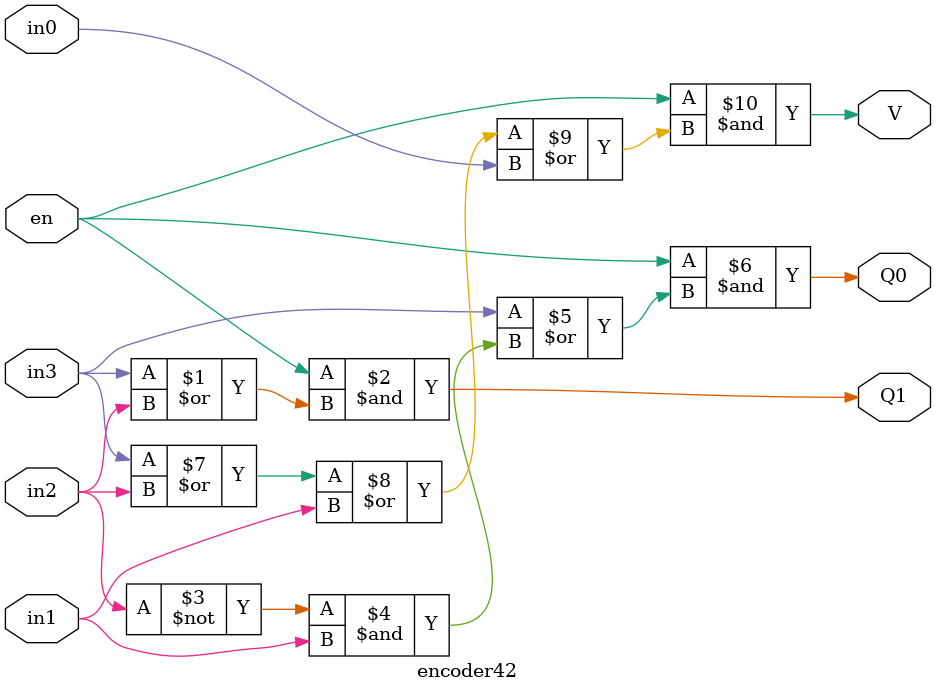
<source format=v>
module encoder42(en,in3,in2,in1,in0,Q1,Q0,V);
  input en,in3,in2,in1,in0;
  output Q1,Q0,V;
  
  
  // Q1 = ( in3 + in2 ) en
  // Q0 = (in3 + ~in2in1 ) en 
  
  assign Q1 = (en) & (in3|in2);
  assign Q0 = (en) &( (in3) | ((~in2)&(in1)) ) ;
  assign V = (en) & ((in3) | (in2) | (in1) | (in0) ) ;
  
endmodule

</source>
